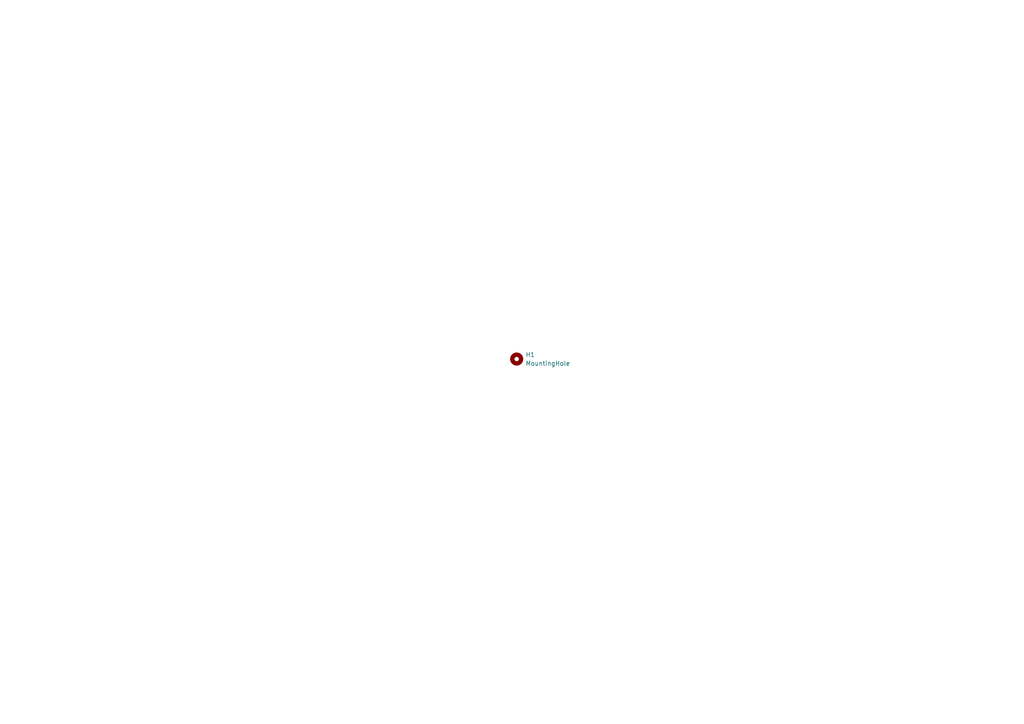
<source format=kicad_sch>
(kicad_sch (version 20230121) (generator eeschema)
  (paper "A4")
  (lib_symbols
    (symbol "Mechanical:MountingHole" (pin_names (offset 1.016))
      (property "Reference" "H" (at 0 5.08 0))
      (property "Value" "MountingHole" (at 0 3.175 0))
      (symbol "MountingHole_0_1"
        (circle (center 0 0) (radius 1.27) (stroke (width 1.27)))
      )
    )
  )
  (symbol (lib_id "Mechanical:MountingHole") (at 149.86 104.14 0) (unit 1)
    (property "Reference" "H1" (at 152.4 102.87 0) (effects (justify left)))
    (property "Value" "MountingHole" (at 152.4 105.41 0) (effects (justify left)))
  )
)
</source>
